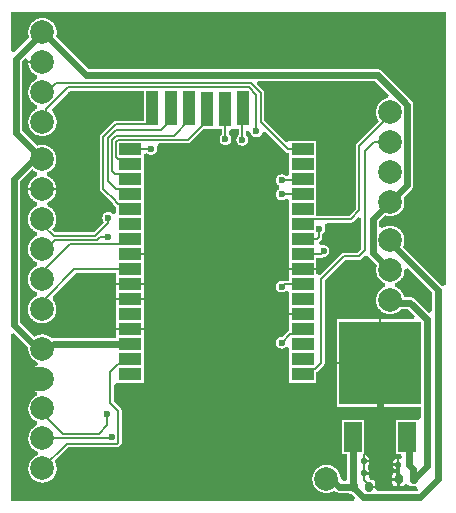
<source format=gtl>
G04*
G04 #@! TF.GenerationSoftware,Altium Limited,Altium Designer,23.2.1 (34)*
G04*
G04 Layer_Physical_Order=1*
G04 Layer_Color=255*
%FSTAX44Y44*%
%MOMM*%
G71*
G04*
G04 #@! TF.SameCoordinates,0515AB9E-1A46-41C6-8C13-71CA13384C49*
G04*
G04*
G04 #@! TF.FilePolarity,Positive*
G04*
G01*
G75*
%ADD11C,0.2000*%
%ADD13R,1.8999X1.0701*%
%ADD14R,1.0000X3.0000*%
%ADD15R,1.5000X2.5000*%
%ADD16R,7.0000X7.0000*%
G04:AMPARAMS|DCode=17|XSize=0.5mm|YSize=0.51mm|CornerRadius=0.125mm|HoleSize=0mm|Usage=FLASHONLY|Rotation=0.000|XOffset=0mm|YOffset=0mm|HoleType=Round|Shape=RoundedRectangle|*
%AMROUNDEDRECTD17*
21,1,0.5000,0.2600,0,0,0.0*
21,1,0.2500,0.5100,0,0,0.0*
1,1,0.2500,0.1250,-0.1300*
1,1,0.2500,-0.1250,-0.1300*
1,1,0.2500,-0.1250,0.1300*
1,1,0.2500,0.1250,0.1300*
%
%ADD17ROUNDEDRECTD17*%
G04:AMPARAMS|DCode=18|XSize=0.71mm|YSize=0.81mm|CornerRadius=0.1775mm|HoleSize=0mm|Usage=FLASHONLY|Rotation=180.000|XOffset=0mm|YOffset=0mm|HoleType=Round|Shape=RoundedRectangle|*
%AMROUNDEDRECTD18*
21,1,0.7100,0.4550,0,0,180.0*
21,1,0.3550,0.8100,0,0,180.0*
1,1,0.3550,-0.1775,0.2275*
1,1,0.3550,0.1775,0.2275*
1,1,0.3550,0.1775,-0.2275*
1,1,0.3550,-0.1775,-0.2275*
%
%ADD18ROUNDEDRECTD18*%
%ADD27C,0.6000*%
%ADD28C,2.0000*%
%ADD29C,0.3000*%
%ADD30C,2.0000*%
%ADD31C,0.6000*%
G36*
X00232125Y00545212D02*
X00233141Y00544335D01*
X00233074Y00543912D01*
X00233042Y005435D01*
X00245D01*
Y005415D01*
X00233042D01*
X00233074Y00541088D01*
X00233221Y00540157D01*
X00233442Y0053924D01*
X00233733Y00538343D01*
X00234094Y00537472D01*
X00234522Y00536632D01*
X00235015Y00535828D01*
X00235569Y00535065D01*
X00236181Y00534348D01*
X00236848Y00533681D01*
X00237565Y00533069D01*
X00238328Y00532515D01*
X00239132Y00532022D01*
X00239972Y00531594D01*
X0024025Y00531479D01*
X00240571Y00529875D01*
X0024025Y00528271D01*
X00239972Y00528156D01*
X00239132Y00527728D01*
X00238328Y00527235D01*
X00237565Y00526681D01*
X00236848Y00526069D01*
X00236181Y00525402D01*
X00235569Y00524685D01*
X00235015Y00523922D01*
X00234522Y00523118D01*
X00234094Y00522278D01*
X00233733Y00521407D01*
X00233442Y0052051D01*
X00233221Y00519593D01*
X00233074Y00518661D01*
X00233Y00517721D01*
Y00516778D01*
X00233074Y00515839D01*
X00233221Y00514907D01*
X00233442Y0051399D01*
X00233733Y00513093D01*
X00234094Y00512222D01*
X00234522Y00511382D01*
X00235015Y00510578D01*
X00235569Y00509815D01*
X00236181Y00509098D01*
X00236848Y00508431D01*
X00237565Y00507819D01*
X00238328Y00507265D01*
X00239132Y00506772D01*
X00239972Y00506344D01*
X0024025Y00506229D01*
X00240571Y00504625D01*
X0024025Y00503021D01*
X00239972Y00502906D01*
X00239132Y00502478D01*
X00238328Y00501985D01*
X00237565Y00501431D01*
X00236848Y00500819D01*
X00236181Y00500152D01*
X00235569Y00499435D01*
X00235015Y00498672D01*
X00234522Y00497868D01*
X00234094Y00497028D01*
X00233733Y00496157D01*
X00233442Y0049526D01*
X00233221Y00494343D01*
X00233074Y00493411D01*
X00233Y00492472D01*
Y00491529D01*
X00233074Y00490588D01*
X00233221Y00489657D01*
X00233442Y0048874D01*
X00233733Y00487843D01*
X00234094Y00486972D01*
X00234522Y00486132D01*
X00235015Y00485328D01*
X00235569Y00484565D01*
X00236181Y00483848D01*
X00236848Y00483181D01*
X00237565Y00482569D01*
X00238328Y00482015D01*
X00239132Y00481522D01*
X00239972Y00481094D01*
X00240843Y00480733D01*
X0024174Y00480442D01*
X00242657Y00480221D01*
X00243589Y00480074D01*
X00244529Y0048D01*
X00245471D01*
X00246411Y00480074D01*
X00247343Y00480221D01*
X0024826Y00480442D01*
X00249157Y00480733D01*
X00250028Y00481094D01*
X00250868Y00481522D01*
X00251672Y00482015D01*
X00252435Y00482569D01*
X00253152Y00483181D01*
X00253819Y00483848D01*
X00254431Y00484565D01*
X00254985Y00485328D01*
X00255478Y00486132D01*
X00255906Y00486972D01*
X00256267Y00487843D01*
X00256558Y0048874D01*
X00256779Y00489657D01*
X00256926Y00490588D01*
X00257Y00491529D01*
Y00492472D01*
X00256926Y00493411D01*
X00256779Y00494343D01*
X00256558Y0049526D01*
X00256267Y00496157D01*
X00255906Y00497028D01*
X00255478Y00497868D01*
X00254985Y00498672D01*
X00254431Y00499435D01*
X00253819Y00500152D01*
X00253526Y00502974D01*
X00253692Y00503937D01*
X00267997Y00518241D01*
X0033075D01*
Y00493009D01*
X00307115D01*
X00306644Y00492972D01*
X00306185Y00492862D01*
X00305749Y00492681D01*
X00305346Y00492435D01*
X00304987Y00492128D01*
X00294372Y00481513D01*
X00294065Y00481154D01*
X00293819Y00480751D01*
X00293638Y00480315D01*
X00293528Y00479856D01*
X00293491Y00479385D01*
Y00435217D01*
X00293528Y00434747D01*
X00293638Y00434287D01*
X00293819Y00433851D01*
X00294065Y00433448D01*
X00294372Y00433089D01*
X00304316Y00423146D01*
X00304419Y00422898D01*
X00304665Y00422495D01*
X00304972Y00422136D01*
X00306935Y00420173D01*
X00307295Y00419866D01*
X003076Y00419679D01*
Y00414885D01*
X00305577Y0041398D01*
X003046Y00413942D01*
X00304484Y00414087D01*
X00304087Y00414484D01*
X00303648Y00414834D01*
X00303172Y00415133D01*
X00302666Y00415377D01*
X00302136Y00415562D01*
X00301589Y00415687D01*
X00301031Y0041575D01*
X00300469D01*
X00299911Y00415687D01*
X00299364Y00415562D01*
X00298834Y00415377D01*
X00298328Y00415133D01*
X00297852Y00414834D01*
X00297413Y00414484D01*
X00297016Y00414087D01*
X00296666Y00413648D01*
X00296367Y00413172D01*
X00296123Y00412666D01*
X00295938Y00412136D01*
X00295813Y00411589D01*
X0029575Y00411031D01*
Y00410469D01*
X00295813Y00409911D01*
X00295938Y00409364D01*
X00296123Y00408834D01*
X00296367Y00408328D01*
X00296666Y00407852D01*
X00297016Y00407413D01*
X00297212Y00407217D01*
X00288254Y00398259D01*
X00255746D01*
X00252988Y00401018D01*
X00253569Y00401598D01*
X00254181Y00402315D01*
X00254735Y00403078D01*
X00255228Y00403882D01*
X00255656Y00404722D01*
X00256017Y00405593D01*
X00256308Y0040649D01*
X00256528Y00407407D01*
X00256676Y00408339D01*
X0025675Y00409278D01*
Y00410221D01*
X00256676Y00411161D01*
X00256528Y00412093D01*
X00256308Y0041301D01*
X00256017Y00413907D01*
X00255656Y00414778D01*
X00255228Y00415618D01*
X00254735Y00416422D01*
X00254181Y00417185D01*
X00253569Y00417902D01*
X00252902Y00418569D01*
X00252185Y00419181D01*
X00251422Y00419735D01*
X00250618Y00420228D01*
X00249778Y00420656D01*
X002495Y00420771D01*
X00249179Y00422375D01*
X002495Y00423979D01*
X00249778Y00424094D01*
X00250618Y00424522D01*
X00251422Y00425015D01*
X00252185Y00425569D01*
X00252902Y00426181D01*
X00253569Y00426848D01*
X00254181Y00427565D01*
X00254735Y00428328D01*
X00255228Y00429132D01*
X00255656Y00429972D01*
X00256017Y00430843D01*
X00256308Y0043174D01*
X00256528Y00432657D01*
X00256676Y00433588D01*
X00256708Y00434D01*
X00232792D01*
X00232824Y00433588D01*
X00232971Y00432657D01*
X00233192Y0043174D01*
X00233483Y00430843D01*
X00233844Y00429972D01*
X00234272Y00429132D01*
X00234765Y00428328D01*
X00235319Y00427565D01*
X00235931Y00426848D01*
X00236598Y00426181D01*
X00237315Y00425569D01*
X00238078Y00425015D01*
X00238882Y00424522D01*
X00239722Y00424094D01*
X0024Y00423979D01*
X00240321Y00422375D01*
X0024Y00420771D01*
X00239722Y00420656D01*
X00238882Y00420228D01*
X00238078Y00419735D01*
X00237315Y00419181D01*
X00236598Y00418569D01*
X00235931Y00417902D01*
X00235319Y00417185D01*
X00234765Y00416422D01*
X00234272Y00415618D01*
X00233844Y00414778D01*
X00233483Y00413907D01*
X00233192Y0041301D01*
X00232971Y00412093D01*
X00232824Y00411161D01*
X0023275Y00410221D01*
Y00409278D01*
X00232824Y00408339D01*
X00232971Y00407407D01*
X00233192Y0040649D01*
X00233483Y00405593D01*
X00233844Y00404722D01*
X00234272Y00403882D01*
X00234765Y00403078D01*
X00235319Y00402315D01*
X00235931Y00401598D01*
X00236598Y00400931D01*
X00237315Y00400319D01*
X00238078Y00399765D01*
X00238882Y00399272D01*
X00239722Y00398844D01*
X0024Y00398729D01*
X00240321Y00397125D01*
X0024Y00395521D01*
X00239722Y00395406D01*
X00238882Y00394978D01*
X00238078Y00394485D01*
X00237315Y00393931D01*
X00236598Y00393319D01*
X00235931Y00392652D01*
X00235319Y00391935D01*
X00234765Y00391172D01*
X00234272Y00390368D01*
X00233844Y00389528D01*
X00233483Y00388657D01*
X00233192Y0038776D01*
X00232971Y00386843D01*
X00232824Y00385911D01*
X0023275Y00384972D01*
Y00384029D01*
X00232824Y00383088D01*
X00232971Y00382157D01*
X00233192Y0038124D01*
X00233483Y00380343D01*
X00233844Y00379472D01*
X00234272Y00378632D01*
X00234765Y00377828D01*
X00235319Y00377065D01*
X00235931Y00376348D01*
X00236598Y00375681D01*
X00237315Y00375069D01*
X00238078Y00374515D01*
X00238882Y00374022D01*
X00239722Y00373594D01*
X00240451Y00373292D01*
X00240591Y00372895D01*
X00240576Y00370477D01*
X00240449Y00370126D01*
X00239703Y00369817D01*
X00238863Y00369388D01*
X00238059Y00368896D01*
X00237296Y00368341D01*
X00236579Y00367729D01*
X00235912Y00367062D01*
X00235299Y00366345D01*
X00234745Y00365582D01*
X00234253Y00364778D01*
X00233825Y00363938D01*
X00233464Y00363067D01*
X00233172Y0036217D01*
X00232952Y00361253D01*
X00232805Y00360322D01*
X00232731Y00359382D01*
Y00358439D01*
X00232805Y00357499D01*
X00232952Y00356567D01*
X00233172Y00355651D01*
X00233464Y00354754D01*
X00233825Y00353883D01*
X00234253Y00353042D01*
X00234745Y00352238D01*
X00235299Y00351475D01*
X00235912Y00350759D01*
X00236579Y00350092D01*
X00237296Y00349479D01*
X00238059Y00348925D01*
X00238863Y00348432D01*
X00239703Y00348004D01*
X00240206Y00347796D01*
X00240583Y00346242D01*
X00240584Y00346205D01*
X00240209Y00344608D01*
X00239722Y00344406D01*
X00238882Y00343978D01*
X00238078Y00343485D01*
X00237315Y00342931D01*
X00236598Y00342319D01*
X00235931Y00341652D01*
X00235319Y00340935D01*
X00234765Y00340172D01*
X00234272Y00339368D01*
X00233844Y00338528D01*
X00233483Y00337657D01*
X00233192Y0033676D01*
X00232971Y00335843D01*
X00232824Y00334911D01*
X0023275Y00333971D01*
Y00333028D01*
X00232824Y00332089D01*
X00232971Y00331157D01*
X00233192Y0033024D01*
X00233483Y00329343D01*
X00233844Y00328472D01*
X00234272Y00327632D01*
X00234765Y00326828D01*
X00235319Y00326065D01*
X00235931Y00325348D01*
X00236598Y00324681D01*
X00237315Y00324069D01*
X00238078Y00323515D01*
X00238882Y00323022D01*
X00239722Y00322594D01*
X00240593Y00322233D01*
X0024149Y00321942D01*
X00242407Y00321721D01*
X00243339Y00321574D01*
X00244279Y003215D01*
X00245222D01*
X00246161Y00321574D01*
X00247093Y00321721D01*
X0024801Y00321942D01*
X00248907Y00322233D01*
X00249778Y00322594D01*
X00250618Y00323022D01*
X00251422Y00323515D01*
X00252185Y00324069D01*
X00252902Y00324681D01*
X00253569Y00325348D01*
X00254181Y00326065D01*
X00254735Y00326828D01*
X00255228Y00327632D01*
X00255656Y00328472D01*
X00256017Y00329343D01*
X00256308Y0033024D01*
X00256528Y00331157D01*
X00256676Y00332089D01*
X0025675Y00333028D01*
Y00333971D01*
X00256676Y00334911D01*
X00256528Y00335843D01*
X00256308Y0033676D01*
X00256017Y00337657D01*
X00255656Y00338528D01*
X00255228Y00339368D01*
X00254735Y00340172D01*
X00254181Y00340935D01*
X00253569Y00341652D01*
X00254085Y00344829D01*
X00273396Y00364141D01*
X003076D01*
Y00359799D01*
Y0035545D01*
X00330599D01*
Y00359799D01*
Y003725D01*
Y0037885D01*
X00319099D01*
Y0038085D01*
X00330599D01*
Y003852D01*
Y003979D01*
Y004106D01*
Y00423299D01*
Y00435999D01*
Y00448699D01*
Y00464329D01*
X00332143Y00465101D01*
X00333599Y0046533D01*
X00333663Y00465266D01*
X00334102Y00464916D01*
X00334578Y00464617D01*
X00335084Y00464373D01*
X00335614Y00464188D01*
X00336161Y00464063D01*
X00336719Y00464D01*
X00337281D01*
X00337839Y00464063D01*
X00338386Y00464188D01*
X00338916Y00464373D01*
X00339422Y00464617D01*
X00339898Y00464916D01*
X00340337Y00465266D01*
X00340734Y00465663D01*
X00341084Y00466102D01*
X00341383Y00466578D01*
X00341627Y00467084D01*
X00341812Y00467614D01*
X00341937Y00468161D01*
X00342Y00468719D01*
Y00469281D01*
X00341937Y00469839D01*
X00341812Y00470386D01*
X0034174Y00470591D01*
X00342523Y00472527D01*
X00342615Y00472692D01*
X00343487Y00473591D01*
X0036785D01*
X00368321Y00473628D01*
X0036878Y00473739D01*
X00369217Y00473919D01*
X00369619Y00474166D01*
X00369978Y00474473D01*
X00381506Y00486D01*
X0039125D01*
Y00486D01*
X0039275D01*
Y00486D01*
X00396985D01*
Y00481245D01*
X00396658Y00480984D01*
X0039626Y00480587D01*
X0039591Y00480148D01*
X00395612Y00479672D01*
X00395368Y00479166D01*
X00395182Y00478636D01*
X00395057Y00478089D01*
X00394995Y00477531D01*
Y00476969D01*
X00395057Y00476411D01*
X00395182Y00475864D01*
X00395368Y00475334D01*
X00395612Y00474828D01*
X0039591Y00474352D01*
X0039626Y00473913D01*
X00396658Y00473516D01*
X00397097Y00473166D01*
X00397572Y00472867D01*
X00398078Y00472623D01*
X00398608Y00472438D01*
X00399156Y00472313D01*
X00399714Y0047225D01*
X00400275D01*
X00400833Y00472313D01*
X00401381Y00472438D01*
X00401911Y00472623D01*
X00402417Y00472867D01*
X00402892Y00473166D01*
X00403331Y00473516D01*
X00403729Y00473913D01*
X00404079Y00474352D01*
X00404378Y00474828D01*
X00404621Y00475334D01*
X00404807Y00475864D01*
X00404932Y00476411D01*
X00404995Y00476969D01*
Y00477531D01*
X00404932Y00478089D01*
X00404807Y00478636D01*
X00404621Y00479166D01*
X00404378Y00479672D01*
X00404079Y00480148D01*
X00403729Y00480587D01*
X00403331Y00480984D01*
X00403004Y00481245D01*
Y00483879D01*
X00405125Y00486D01*
X0040675D01*
X0040675Y00486D01*
X004075Y0048625D01*
Y0048625D01*
X00411241D01*
Y00480745D01*
X00410913Y00480484D01*
X00410516Y00480087D01*
X00410166Y00479648D01*
X00409867Y00479172D01*
X00409623Y00478666D01*
X00409438Y00478136D01*
X00409313Y00477589D01*
X0040925Y00477031D01*
Y00476469D01*
X00409313Y00475911D01*
X00409438Y00475364D01*
X00409623Y00474834D01*
X00409867Y00474328D01*
X00410166Y00473852D01*
X00410516Y00473413D01*
X00410913Y00473016D01*
X00411352Y00472666D01*
X00411828Y00472367D01*
X00412334Y00472123D01*
X00412864Y00471938D01*
X00413411Y00471813D01*
X00413969Y0047175D01*
X00414531D01*
X00415089Y00471813D01*
X00415636Y00471938D01*
X00416166Y00472123D01*
X00416672Y00472367D01*
X00417148Y00472666D01*
X00417587Y00473016D01*
X00417984Y00473413D01*
X00418334Y00473852D01*
X00418633Y00474328D01*
X00418877Y00474834D01*
X00419062Y00475364D01*
X00419187Y00475911D01*
X0041925Y00476469D01*
Y00477031D01*
X00419187Y00477589D01*
X00419062Y00478136D01*
X00418877Y00478666D01*
X00418633Y00479172D01*
X00418334Y00479648D01*
X00417984Y00480087D01*
X00417587Y00480484D01*
X00417259Y00480745D01*
Y00483734D01*
X004175Y00484041D01*
X00417552Y00484085D01*
X00418395Y00484382D01*
X00419332Y00484082D01*
X00421436Y0048237D01*
X00421438Y00482364D01*
X00421623Y00481834D01*
X00421867Y00481328D01*
X00422166Y00480852D01*
X00422516Y00480413D01*
X00422913Y00480016D01*
X00423352Y00479666D01*
X00423828Y00479367D01*
X00424334Y00479123D01*
X00424864Y00478938D01*
X00425411Y00478813D01*
X00425969Y0047875D01*
X00426531D01*
X00427089Y00478813D01*
X00427636Y00478938D01*
X00428166Y00479123D01*
X00428672Y00479367D01*
X00429148Y00479666D01*
X00429587Y00480016D01*
X00429984Y00480413D01*
X00430334Y00480852D01*
X00430633Y00481328D01*
X00430877Y00481834D01*
X00431062Y00482364D01*
X00432778Y00483127D01*
X00434149Y00483312D01*
X00434184Y0048331D01*
X00450872Y00466622D01*
X00451232Y00466315D01*
X00451634Y00466069D01*
X00452071Y00465888D01*
X0045253Y00465778D01*
X00453Y00465741D01*
X00454D01*
Y00461399D01*
Y00447493D01*
X0045276Y00446676D01*
X00451683Y00446392D01*
X00451Y00446303D01*
X00450648Y00446584D01*
X00450172Y00446883D01*
X00449666Y00447127D01*
X00449136Y00447312D01*
X00448589Y00447437D01*
X00448031Y004475D01*
X00447469D01*
X00446911Y00447437D01*
X00446364Y00447312D01*
X00445834Y00447127D01*
X00445328Y00446883D01*
X00444852Y00446584D01*
X00444413Y00446234D01*
X00444016Y00445837D01*
X00443666Y00445398D01*
X00443367Y00444922D01*
X00443123Y00444416D01*
X00442938Y00443886D01*
X00442813Y00443339D01*
X0044275Y00442781D01*
Y00442219D01*
X00442813Y00441661D01*
X00442938Y00441114D01*
X00443123Y00440583D01*
X00443367Y00440078D01*
X00443666Y00439602D01*
X00444016Y00439163D01*
X00444413Y00438766D01*
X00444852Y00438416D01*
X00445328Y00438117D01*
X00445601Y004365D01*
X00445328Y00434883D01*
X00444852Y00434584D01*
X00444413Y00434234D01*
X00444016Y00433837D01*
X00443666Y00433398D01*
X00443367Y00432922D01*
X00443123Y00432416D01*
X00442938Y00431886D01*
X00442813Y00431339D01*
X0044275Y00430781D01*
Y00430219D01*
X00442813Y00429661D01*
X00442938Y00429114D01*
X00443123Y00428584D01*
X00443367Y00428078D01*
X00443666Y00427602D01*
X00444016Y00427163D01*
X00444413Y00426766D01*
X00444852Y00426416D01*
X00445328Y00426117D01*
X00445834Y00425873D01*
X00446364Y00425688D01*
X00446911Y00425563D01*
X00447469Y004255D01*
X00448031D01*
X00448589Y00425563D01*
X00449136Y00425688D01*
X00449666Y00425873D01*
X00450172Y00426117D01*
X00450648Y00426416D01*
X00451Y00426697D01*
X00451683Y00426608D01*
X0045276Y00426324D01*
X00454Y00425507D01*
Y004106D01*
Y003979D01*
Y003852D01*
Y003725D01*
Y0036815D01*
X00477D01*
Y00376841D01*
X0048085D01*
X00481321Y00376878D01*
X0048178Y00376988D01*
X00482216Y00377169D01*
X00482619Y00377415D01*
X00482718Y003775D01*
X00482719Y003775D01*
X00483281D01*
X00483839Y00377563D01*
X00484386Y00377688D01*
X00484916Y00377873D01*
X00485422Y00378117D01*
X00485898Y00378416D01*
X00486337Y00378766D01*
X00486734Y00379163D01*
X00487084Y00379602D01*
X00487383Y00380078D01*
X00487627Y00380584D01*
X00487812Y00381114D01*
X00487937Y00381661D01*
X00488Y00382219D01*
Y00382781D01*
X00487937Y00383339D01*
X00487812Y00383886D01*
X00487627Y00384416D01*
X00487383Y00384922D01*
X00487084Y00385398D01*
X00486734Y00385837D01*
X00486337Y00386234D01*
X00485898Y00386584D01*
X00485422Y00386883D01*
X00484916Y00387127D01*
X00484386Y00387312D01*
X00483839Y00387437D01*
X00483281Y003875D01*
X00482719D01*
X00482161Y00387437D01*
X00481614Y00387312D01*
X00481527Y00387282D01*
X00481312Y0038732D01*
X00480455Y00387657D01*
X00479485Y00388475D01*
X00479265Y00388796D01*
X00478971Y00389714D01*
X00479028Y00389937D01*
X00479319Y00390115D01*
X00479678Y00390422D01*
X00481128Y00391872D01*
X00481435Y00392231D01*
X00481681Y00392634D01*
X00481862Y0039307D01*
X00481972Y00393529D01*
X00482009Y00394D01*
Y00397172D01*
X00482397Y00397416D01*
X00482837Y00397766D01*
X00483234Y00398163D01*
X00483584Y00398602D01*
X00483883Y00399078D01*
X00484126Y00399584D01*
X00484312Y00400114D01*
X00484437Y00400661D01*
X004845Y00401219D01*
Y00401781D01*
X00484437Y00402339D01*
X00484312Y00402886D01*
X00484126Y00403416D01*
X00484042Y00403591D01*
X00484645Y00405377D01*
X00484804Y0040568D01*
X00485672Y00406591D01*
X00505879D01*
X00506349Y00406628D01*
X00506809Y00406739D01*
X00507245Y00406919D01*
X00507647Y00407166D01*
X00508007Y00407473D01*
X00512219Y00411685D01*
X00514991Y00410537D01*
Y00384246D01*
X00511697Y00380952D01*
X00500193D01*
X00499722Y00380915D01*
X00499263Y00380805D01*
X00498827Y00380624D01*
X00498424Y00380378D01*
X00498065Y00380071D01*
X0048Y00362005D01*
X00477Y00363248D01*
Y0036615D01*
X00454D01*
Y00357459D01*
X00450532D01*
X00450062Y00357422D01*
X00449603Y00357312D01*
X00449275Y00357176D01*
X00448886Y00357312D01*
X00448339Y00357437D01*
X00447781Y003575D01*
X00447219D01*
X00446661Y00357437D01*
X00446114Y00357312D01*
X00445584Y00357127D01*
X00445078Y00356883D01*
X00444602Y00356584D01*
X00444163Y00356234D01*
X00443766Y00355837D01*
X00443416Y00355398D01*
X00443117Y00354922D01*
X00442873Y00354416D01*
X00442688Y00353886D01*
X00442563Y00353339D01*
X004425Y00352781D01*
Y00352219D01*
X00442563Y00351661D01*
X00442688Y00351114D01*
X00442873Y00350583D01*
X00443117Y00350078D01*
X00443416Y00349602D01*
X00443766Y00349163D01*
X00444163Y00348766D01*
X00444602Y00348416D01*
X00445078Y00348117D01*
X00445584Y00347873D01*
X00446114Y00347688D01*
X00446661Y00347563D01*
X00447219Y003475D01*
X00447781D01*
X00448339Y00347563D01*
X00448886Y00347688D01*
X00449416Y00347873D01*
X00449922Y00348117D01*
X00450398Y00348416D01*
X00450837Y00348766D01*
X00451Y00348929D01*
X00452048Y00348814D01*
X00453781Y00348071D01*
X00454Y00347918D01*
Y00334399D01*
Y0033005D01*
X004655D01*
Y0032805D01*
X00454D01*
Y00321699D01*
Y00314965D01*
X0045357Y00314861D01*
X00453133Y00314681D01*
X00452731Y00314434D01*
X00452372Y00314127D01*
X00448197Y00309953D01*
X00447781Y0031D01*
X00447219D01*
X00446661Y00309937D01*
X00446114Y00309812D01*
X00445584Y00309627D01*
X00445078Y00309383D01*
X00444602Y00309084D01*
X00444163Y00308734D01*
X00443766Y00308337D01*
X00443416Y00307898D01*
X00443117Y00307422D01*
X00442873Y00306916D01*
X00442688Y00306386D01*
X00442563Y00305839D01*
X004425Y00305281D01*
Y00304719D01*
X00442563Y00304161D01*
X00442688Y00303614D01*
X00442873Y00303083D01*
X00443117Y00302578D01*
X00443416Y00302102D01*
X00443766Y00301663D01*
X00444163Y00301266D01*
X00444602Y00300916D01*
X00445078Y00300617D01*
X00445584Y00300373D01*
X00446114Y00300188D01*
X00446661Y00300063D01*
X00447219Y003D01*
X00447781D01*
X00448339Y00300063D01*
X00448886Y00300188D01*
X00449416Y00300373D01*
X00449922Y00300617D01*
X00450398Y00300916D01*
X00450837Y00301266D01*
X00451Y00301429D01*
X00452048Y00301314D01*
X00453781Y00300571D01*
X00454Y00300418D01*
Y00296299D01*
Y00283599D01*
Y002709D01*
X00477D01*
Y00279979D01*
X00477305Y00280166D01*
X00477664Y00280473D01*
X00483128Y00285937D01*
X00483435Y00286296D01*
X00483681Y00286698D01*
X00483862Y00287134D01*
X00483972Y00287594D01*
X00484009Y00288064D01*
Y00357504D01*
X00501439Y00374934D01*
X00512943D01*
X00513414Y00374971D01*
X00513873Y00375081D01*
X00514309Y00375262D01*
X00514712Y00375508D01*
X00515071Y00375815D01*
X00517561Y00378305D01*
X00518493Y00378551D01*
X00520696Y00378191D01*
X0052134Y00377842D01*
X00521459Y00377709D01*
X00528241Y00370927D01*
X00528233Y00370907D01*
X00527942Y0037001D01*
X00527721Y00369093D01*
X00527574Y00368162D01*
X005275Y00367221D01*
Y00366278D01*
X00527574Y00365339D01*
X00527721Y00364407D01*
X00527942Y0036349D01*
X00528233Y00362593D01*
X00528594Y00361722D01*
X00529022Y00360882D01*
X00529515Y00360078D01*
X00530069Y00359315D01*
X00530681Y00358598D01*
X00531348Y00357931D01*
X00532065Y00357319D01*
X00532828Y00356765D01*
X00533632Y00356272D01*
X00534472Y00355844D01*
X00535089Y00355589D01*
X00535343Y00354729D01*
Y00353271D01*
X00535089Y00352411D01*
X00534472Y00352156D01*
X00533632Y00351728D01*
X00532828Y00351235D01*
X00532065Y00350681D01*
X00531348Y00350069D01*
X00530681Y00349402D01*
X00530069Y00348685D01*
X00529515Y00347922D01*
X00529022Y00347118D01*
X00528594Y00346278D01*
X00528233Y00345407D01*
X00527942Y0034451D01*
X00527721Y00343593D01*
X00527574Y00342662D01*
X005275Y00341721D01*
Y00340779D01*
X00527574Y00339838D01*
X00527721Y00338907D01*
X00527942Y0033799D01*
X00528233Y00337093D01*
X00528594Y00336222D01*
X00529022Y00335382D01*
X00529515Y00334578D01*
X00530069Y00333815D01*
X00530681Y00333098D01*
X00531348Y00332431D01*
X00532065Y00331819D01*
X00532828Y00331265D01*
X00533632Y00330772D01*
X00534472Y00330344D01*
X00535343Y00329983D01*
X0053624Y00329692D01*
X00537157Y00329472D01*
X00538088Y00329324D01*
X00539029Y0032925D01*
X00539972D01*
X00540911Y00329324D01*
X00541843Y00329472D01*
X0054276Y00329692D01*
X00543657Y00329983D01*
X00544528Y00330344D01*
X00545368Y00330772D01*
X00546172Y00331265D01*
X00546935Y00331819D01*
X00547652Y00332431D01*
X00548319Y00333098D01*
X00548716Y00333563D01*
X00554468D01*
X0056051Y00327522D01*
X00559362Y0032475D01*
X00532D01*
Y0028775D01*
Y0025075D01*
X00565492D01*
Y00241925D01*
X005635Y0023975D01*
X005445D01*
Y0021075D01*
X00548259D01*
X00549669Y00208272D01*
X00549654Y0020775D01*
X00549422Y00207551D01*
X00547558Y00206349D01*
X00547308D01*
Y00201792D01*
X00546308D01*
Y00200792D01*
X00541801D01*
Y00200492D01*
X00541829Y00200067D01*
X00541912Y00199649D01*
X00542049Y00199245D01*
X00542238Y00198863D01*
X00542474Y00198509D01*
X00542755Y00198189D01*
X00542953Y00198015D01*
X00543185Y00196376D01*
X00542959Y00195179D01*
X00542782Y001947D01*
X00542522Y00194526D01*
X0054215Y001942D01*
X00541824Y00193828D01*
X00541549Y00193417D01*
X0054133Y00192973D01*
X00541171Y00192504D01*
X00541074Y00192019D01*
X00541042Y00191525D01*
Y0019025D01*
X005466D01*
Y0018925D01*
X005476D01*
Y00183192D01*
X00548375D01*
X00548869Y00183224D01*
X00549354Y00183321D01*
X00549823Y0018348D01*
X00550267Y00183699D01*
X00550678Y00183974D01*
X0055105Y001843D01*
X00551376Y00184672D01*
X00552147Y00184903D01*
X0055305Y00184974D01*
X00553953Y00184903D01*
X00554724Y00184672D01*
X0055505Y001843D01*
X00555422Y00183974D01*
X00555833Y00183699D01*
X00556277Y0018348D01*
X00556746Y00183321D01*
X00557231Y00183224D01*
X00557725Y00183192D01*
X00561121D01*
X00561769Y00182519D01*
X00562221Y00181903D01*
X00562749Y0018036D01*
X00561923Y00179258D01*
X00529791D01*
X00529159Y00179473D01*
X00526958Y00180725D01*
Y00182D01*
X005214D01*
Y00184D01*
X00526958D01*
Y00185275D01*
X00526926Y00185769D01*
X00526829Y00186254D01*
X0052667Y00186723D01*
X00526451Y00187167D01*
X00526176Y00187578D01*
X0052585Y0018795D01*
X00525478Y00188276D01*
X00525067Y00188551D01*
X00524623Y0018877D01*
X00524154Y00188929D01*
X00523669Y00189026D01*
X00523175Y00189058D01*
X00523113D01*
X00522619Y00189471D01*
X00522291Y00189864D01*
X00521379Y00192058D01*
X00521396Y00192107D01*
X00521479Y00192525D01*
X00521507Y0019295D01*
Y0019325D01*
X00517D01*
Y0019525D01*
X00521507D01*
Y0019555D01*
X00521479Y00195975D01*
X00521396Y00196393D01*
X00521259Y00196796D01*
X00521071Y00197178D01*
X00520834Y00197533D01*
X00520595Y00198244D01*
X00520553Y0019852D01*
Y0020023D01*
X00520595Y00200506D01*
X00520834Y00201217D01*
X00521071Y00201572D01*
X00521259Y00201954D01*
X00521396Y00202357D01*
X00521479Y00202775D01*
X00521507Y002032D01*
Y002035D01*
X00517D01*
Y002055D01*
X00521507D01*
Y002058D01*
X00521479Y00206225D01*
X00521396Y00206643D01*
X00521259Y00207046D01*
X00521071Y00207428D01*
X00520834Y00207783D01*
X00520553Y00208103D01*
X00520233Y00208384D01*
X00519879Y00208621D01*
X00519496Y00208809D01*
X005175Y0021075D01*
X005175Y0021139D01*
Y0023975D01*
X004985D01*
Y0021075D01*
X00502992D01*
Y00204501D01*
X00502992Y002045D01*
X00502992Y00204499D01*
Y00194251D01*
X00502992Y0019425D01*
X00502992Y00194249D01*
Y00189092D01*
X00500023Y00188127D01*
X004975Y00189633D01*
Y00190221D01*
X00497426Y00191161D01*
X00497279Y00192093D01*
X00497058Y0019301D01*
X00496767Y00193907D01*
X00496406Y00194778D01*
X00495978Y00195618D01*
X00495485Y00196422D01*
X00494931Y00197185D01*
X00494319Y00197902D01*
X00493652Y00198569D01*
X00492935Y00199181D01*
X00492172Y00199735D01*
X00491368Y00200228D01*
X00490528Y00200656D01*
X00489657Y00201017D01*
X0048876Y00201308D01*
X00487843Y00201528D01*
X00486912Y00201676D01*
X00485971Y0020175D01*
X00485028D01*
X00484089Y00201676D01*
X00483157Y00201528D01*
X0048224Y00201308D01*
X00481343Y00201017D01*
X00480472Y00200656D01*
X00479632Y00200228D01*
X00478828Y00199735D01*
X00478065Y00199181D01*
X00477348Y00198569D01*
X00476681Y00197902D01*
X00476069Y00197185D01*
X00475515Y00196422D01*
X00475022Y00195618D01*
X00474594Y00194778D01*
X00474233Y00193907D01*
X00473942Y0019301D01*
X00473722Y00192093D01*
X00473574Y00191161D01*
X004735Y00190221D01*
Y00189279D01*
X00473574Y00188338D01*
X00473722Y00187407D01*
X00473942Y0018649D01*
X00474233Y00185593D01*
X00474594Y00184722D01*
X00475022Y00183882D01*
X00475515Y00183078D01*
X00476069Y00182315D01*
X00476681Y00181598D01*
X00477348Y00180931D01*
X00478065Y00180319D01*
X00478828Y00179765D01*
X00479632Y00179272D01*
X00480472Y00178844D01*
X00481343Y00178483D01*
X0048224Y00178192D01*
X00483157Y00177971D01*
X00484089Y00177824D01*
X00485028Y0017775D01*
X00485971D01*
X00486912Y00177824D01*
X00487843Y00177971D01*
X0048876Y00178192D01*
X00489657Y00178483D01*
X00490528Y00178844D01*
X00491368Y00179272D01*
X00492172Y00179765D01*
X00492183Y00179773D01*
X00492497Y00179459D01*
X00492916Y00179085D01*
X00493374Y0017876D01*
X00493866Y00178488D01*
X00494384Y00178273D01*
X00494924Y00178118D01*
X00495478Y00178024D01*
X00496038Y00177992D01*
X00504116D01*
X00504422Y00177724D01*
X00504833Y00177449D01*
X00505277Y0017723D01*
X00505746Y00177071D01*
X00506231Y00176974D01*
X00506725Y00176942D01*
X00506976D01*
X00510057Y00173861D01*
X00508909Y0017109D01*
X0021834D01*
Y00311908D01*
X00221111Y00313057D01*
X00233051Y00301117D01*
X00233Y00300471D01*
Y00299529D01*
X00233074Y00298589D01*
X00233221Y00297657D01*
X00233442Y0029674D01*
X00233733Y00295843D01*
X00234094Y00294972D01*
X00234522Y00294132D01*
X00235015Y00293328D01*
X00235569Y00292565D01*
X00236181Y00291848D01*
X00236848Y00291181D01*
X00237565Y00290569D01*
X00238328Y00290015D01*
X00239132Y00289522D01*
X00239972Y00289094D01*
X00240588Y00288839D01*
X00240843Y00287979D01*
Y00286521D01*
X00240588Y00285661D01*
X00239972Y00285406D01*
X00239132Y00284978D01*
X00238328Y00284485D01*
X00237565Y00283931D01*
X00236848Y00283319D01*
X00236181Y00282652D01*
X00235569Y00281935D01*
X00235015Y00281172D01*
X00234522Y00280368D01*
X00234094Y00279528D01*
X00233733Y00278657D01*
X00233442Y0027776D01*
X00233221Y00276843D01*
X00233074Y00275912D01*
X00233Y00274972D01*
Y00274028D01*
X00233074Y00273088D01*
X00233221Y00272157D01*
X00233442Y0027124D01*
X00233733Y00270343D01*
X00234094Y00269472D01*
X00234522Y00268632D01*
X00235015Y00267828D01*
X00235569Y00267065D01*
X00236181Y00266348D01*
X00236848Y00265681D01*
X00237565Y00265069D01*
X00238328Y00264515D01*
X00239132Y00264022D01*
X00239972Y00263594D01*
X0024025Y00263479D01*
X00240571Y00261875D01*
X0024025Y00260271D01*
X00239972Y00260156D01*
X00239132Y00259728D01*
X00238328Y00259235D01*
X00237565Y00258681D01*
X00236848Y00258069D01*
X00236181Y00257402D01*
X00235569Y00256685D01*
X00235015Y00255922D01*
X00234522Y00255118D01*
X00234094Y00254278D01*
X00233733Y00253407D01*
X00233442Y0025251D01*
X00233221Y00251593D01*
X00233074Y00250662D01*
X00233Y00249722D01*
Y00248779D01*
X00233074Y00247838D01*
X00233221Y00246907D01*
X00233442Y0024599D01*
X00233733Y00245093D01*
X00234094Y00244222D01*
X00234522Y00243382D01*
X00235015Y00242578D01*
X00235569Y00241815D01*
X00236181Y00241098D01*
X00236848Y00240431D01*
X00237565Y00239819D01*
X00238328Y00239265D01*
X00239132Y00238772D01*
X00239972Y00238344D01*
X0024025Y00238229D01*
X00240571Y00236625D01*
X0024025Y00235021D01*
X00239972Y00234906D01*
X00239132Y00234478D01*
X00238328Y00233985D01*
X00237565Y00233431D01*
X00236848Y00232819D01*
X00236181Y00232152D01*
X00235569Y00231435D01*
X00235015Y00230672D01*
X00234522Y00229868D01*
X00234094Y00229028D01*
X00233733Y00228157D01*
X00233442Y0022726D01*
X00233221Y00226343D01*
X00233074Y00225412D01*
X00233Y00224471D01*
Y00223529D01*
X00233074Y00222589D01*
X00233221Y00221657D01*
X00233442Y0022074D01*
X00233733Y00219843D01*
X00234094Y00218972D01*
X00234522Y00218132D01*
X00235015Y00217328D01*
X00235569Y00216565D01*
X00236181Y00215848D01*
X00236848Y00215181D01*
X00237565Y00214569D01*
X00238328Y00214015D01*
X00239132Y00213522D01*
X00239972Y00213094D01*
X00240588Y00212839D01*
X00240843Y00211979D01*
Y00210521D01*
X00240588Y00209662D01*
X00239972Y00209406D01*
X00239132Y00208978D01*
X00238328Y00208485D01*
X00237565Y00207931D01*
X00236848Y00207319D01*
X00236181Y00206652D01*
X00235569Y00205935D01*
X00235015Y00205172D01*
X00234522Y00204368D01*
X00234094Y00203528D01*
X00233733Y00202657D01*
X00233442Y0020176D01*
X00233221Y00200843D01*
X00233074Y00199912D01*
X00233Y00198972D01*
Y00198029D01*
X00233074Y00197089D01*
X00233221Y00196157D01*
X00233442Y0019524D01*
X00233733Y00194343D01*
X00234094Y00193472D01*
X00234522Y00192632D01*
X00235015Y00191828D01*
X00235569Y00191065D01*
X00236181Y00190348D01*
X00236848Y00189681D01*
X00237565Y00189069D01*
X00238328Y00188515D01*
X00239132Y00188022D01*
X00239972Y00187594D01*
X00240843Y00187233D01*
X0024174Y00186942D01*
X00242657Y00186721D01*
X00243589Y00186574D01*
X00244529Y001865D01*
X00245471D01*
X00246411Y00186574D01*
X00247343Y00186721D01*
X0024826Y00186942D01*
X00249157Y00187233D01*
X00250028Y00187594D01*
X00250868Y00188022D01*
X00251672Y00188515D01*
X00252435Y00189069D01*
X00253152Y00189681D01*
X00253819Y00190348D01*
X00254431Y00191065D01*
X00254985Y00191828D01*
X00255478Y00192632D01*
X00255906Y00193472D01*
X00256267Y00194343D01*
X00256558Y0019524D01*
X00256779Y00196157D01*
X00256926Y00197089D01*
X00257Y00198029D01*
Y00198972D01*
X00256926Y00199912D01*
X00256779Y00200843D01*
X00256558Y0020176D01*
X00256267Y00202657D01*
X00255906Y00203528D01*
X00255478Y00204368D01*
X00255343Y00204588D01*
X00266968Y00216213D01*
X00307828D01*
X00308299Y0021625D01*
X00308758Y0021636D01*
X00309195Y00216541D01*
X00309597Y00216787D01*
X00309956Y00217094D01*
X00311128Y00218266D01*
X00311435Y00218625D01*
X00311681Y00219027D01*
X00311862Y00219464D01*
X00311972Y00219923D01*
X00312009Y00220393D01*
Y002475D01*
X00311972Y00247971D01*
X00311862Y0024843D01*
X00311681Y00248866D01*
X00311434Y00249269D01*
X00311128Y00249628D01*
X00305509Y00255247D01*
Y00268765D01*
X003076Y002709D01*
X00330599D01*
Y00283599D01*
Y00296299D01*
Y00309D01*
Y0031535D01*
X003076D01*
Y00308658D01*
X00254438D01*
X00253878Y00308626D01*
X00253422Y00308549D01*
X00253152Y00308819D01*
X00252435Y00309431D01*
X00251672Y00309985D01*
X00250868Y00310478D01*
X00250028Y00310906D01*
X00249157Y00311267D01*
X0024826Y00311558D01*
X00247343Y00311779D01*
X00246411Y00311926D01*
X00245471Y00312D01*
X00244529D01*
X00243589Y00311926D01*
X00242657Y00311779D01*
X0024174Y00311558D01*
X00240843Y00311267D01*
X00239972Y00310906D01*
X00239132Y00310478D01*
X0023834Y00309993D01*
X00226298Y00322034D01*
Y00441465D01*
X00236556Y00451724D01*
X00236598Y00451681D01*
X00237315Y00451069D01*
X00238078Y00450515D01*
X00238882Y00450022D01*
X00239722Y00449594D01*
X00240338Y00449339D01*
X00240593Y00448479D01*
Y00447021D01*
X00240338Y00446161D01*
X00239722Y00445906D01*
X00238882Y00445478D01*
X00238078Y00444985D01*
X00237315Y00444431D01*
X00236598Y00443819D01*
X00235931Y00443152D01*
X00235319Y00442435D01*
X00234765Y00441672D01*
X00234272Y00440868D01*
X00233844Y00440028D01*
X00233483Y00439157D01*
X00233192Y0043826D01*
X00232971Y00437343D01*
X00232824Y00436412D01*
X00232792Y00436D01*
X00256708D01*
X00256676Y00436412D01*
X00256528Y00437343D01*
X00256308Y0043826D01*
X00256017Y00439157D01*
X00255656Y00440028D01*
X00255228Y00440868D01*
X00254735Y00441672D01*
X00254181Y00442435D01*
X00253569Y00443152D01*
X00252902Y00443819D01*
X00252185Y00444431D01*
X00251422Y00444985D01*
X00250618Y00445478D01*
X00249778Y00445906D01*
X00249161Y00446161D01*
X00248907Y00447021D01*
Y00448479D01*
X00249161Y00449339D01*
X00249778Y00449594D01*
X00250618Y00450022D01*
X00251422Y00450515D01*
X00252185Y00451069D01*
X00252902Y00451681D01*
X00253569Y00452348D01*
X00254181Y00453065D01*
X00254735Y00453828D01*
X00255228Y00454632D01*
X00255656Y00455472D01*
X00256017Y00456343D01*
X00256308Y0045724D01*
X00256528Y00458157D01*
X00256676Y00459089D01*
X0025675Y00460028D01*
Y00460971D01*
X00256676Y00461912D01*
X00256528Y00462843D01*
X00256308Y0046376D01*
X00256017Y00464657D01*
X00255656Y00465528D01*
X00255228Y00466368D01*
X00254735Y00467172D01*
X00254181Y00467935D01*
X00253569Y00468652D01*
X00252902Y00469319D01*
X00252185Y00469931D01*
X00251422Y00470485D01*
X00250618Y00470978D01*
X00249778Y00471406D01*
X00248907Y00471767D01*
X0024801Y00472058D01*
X00247093Y00472279D01*
X00246161Y00472426D01*
X00245222Y004725D01*
X00244279D01*
X00243339Y00472426D01*
X00242407Y00472279D01*
X0024149Y00472058D01*
X00240593Y00471767D01*
X00240574Y00471759D01*
X00227508Y00484824D01*
Y00542944D01*
X00230367Y00545803D01*
X00232125Y00545212D01*
D02*
G37*
G36*
X00537996Y00515178D02*
X00538015Y00514561D01*
X00537374Y0051267D01*
X00536952Y00511979D01*
X0053624Y00511808D01*
X00535343Y00511517D01*
X00534472Y00511156D01*
X00533632Y00510728D01*
X00532828Y00510235D01*
X00532065Y00509681D01*
X00531348Y00509069D01*
X00530681Y00508402D01*
X00530069Y00507685D01*
X00529515Y00506922D01*
X00529022Y00506118D01*
X00528594Y00505278D01*
X00528233Y00504407D01*
X00527942Y0050351D01*
X00527721Y00502593D01*
X00527574Y00501661D01*
X005275Y00500722D01*
Y00499779D01*
X00527574Y00498838D01*
X00527721Y00497907D01*
X00527942Y0049699D01*
X00528233Y00496093D01*
X00528594Y00495222D01*
X00529022Y00494382D01*
X00529515Y00493578D01*
X00530069Y00492815D01*
X00530295Y00492551D01*
X00511122Y00473378D01*
X00510816Y00473019D01*
X00510569Y00472616D01*
X00510388Y0047218D01*
X00510278Y00471721D01*
X00510241Y0047125D01*
Y00418218D01*
X00504632Y0041261D01*
X00477D01*
Y00423299D01*
Y00435999D01*
Y00448699D01*
Y00461399D01*
Y004761D01*
X00454D01*
Y00475925D01*
X00451229Y00474777D01*
X00432759Y00493247D01*
Y00516485D01*
X00432722Y00516956D01*
X00432612Y00517415D01*
X00432431Y00517851D01*
X00432184Y00518254D01*
X00431878Y00518613D01*
X0042677Y0052372D01*
X00427919Y00526492D01*
X00526682D01*
X00537996Y00515178D01*
D02*
G37*
G36*
X0058641Y00354165D02*
X00585326Y0035344D01*
X00584139Y00353092D01*
X0058341Y00353047D01*
X00550095Y00386362D01*
X00550406Y00386972D01*
X00550767Y00387843D01*
X00551058Y0038874D01*
X00551278Y00389657D01*
X00551426Y00390588D01*
X005515Y00391529D01*
Y00392472D01*
X00551426Y00393411D01*
X00551278Y00394343D01*
X00551058Y0039526D01*
X00550767Y00396157D01*
X00550406Y00397028D01*
X00549978Y00397868D01*
X00549485Y00398672D01*
X00548931Y00399435D01*
X00548319Y00400152D01*
X00547652Y00400819D01*
X00546935Y00401431D01*
X00546172Y00401985D01*
X00545368Y00402478D01*
X00544528Y00402906D01*
X00543657Y00403267D01*
X0054276Y00403558D01*
X00541843Y00403778D01*
X00540911Y00403926D01*
X00539972Y00404D01*
X00539029D01*
X00538088Y00403926D01*
X00537157Y00403778D01*
X0053624Y00403558D01*
X00535343Y00403267D01*
X00534472Y00402906D01*
X00533632Y00402478D01*
X00533008Y00402096D01*
X0053222Y00402285D01*
X0053043Y0040317D01*
X00530008Y00403619D01*
Y00407926D01*
X00535147Y00413064D01*
X00535343Y00412983D01*
X0053624Y00412692D01*
X00537157Y00412472D01*
X00538088Y00412324D01*
X00539029Y0041225D01*
X00539972D01*
X00540911Y00412324D01*
X00541843Y00412472D01*
X0054276Y00412692D01*
X00543657Y00412983D01*
X00544528Y00413344D01*
X00545368Y00413772D01*
X00546172Y00414265D01*
X00546935Y00414819D01*
X00547652Y00415431D01*
X00548319Y00416098D01*
X00548931Y00416815D01*
X00549485Y00417578D01*
X00549978Y00418382D01*
X00550406Y00419222D01*
X00550767Y00420093D01*
X00551058Y0042099D01*
X00551278Y00421907D01*
X00551426Y00422839D01*
X005515Y00423778D01*
Y00424721D01*
X00551426Y00425662D01*
X00551278Y00426593D01*
X00551058Y0042751D01*
X00550767Y00428407D01*
X00550759Y00428427D01*
X00557541Y00435209D01*
X00557915Y00435628D01*
X0055824Y00436086D01*
X00558512Y00436577D01*
X00558727Y00437096D01*
X00558882Y00437636D01*
X00558976Y00438189D01*
X00559008Y0043875D01*
Y00506256D01*
X00558976Y00506817D01*
X00558882Y0050737D01*
X00558727Y0050791D01*
X00558512Y00508429D01*
X0055824Y0050892D01*
X00557915Y00509378D01*
X00557541Y00509797D01*
X00532297Y00535041D01*
X00531879Y00535415D01*
X00531421Y0053574D01*
X00530929Y00536012D01*
X0053041Y00536227D01*
X0052987Y00536382D01*
X00529317Y00536476D01*
X00528756Y00536508D01*
X00284315D01*
X00256442Y00564381D01*
X00256558Y0056474D01*
X00256779Y00565657D01*
X00256926Y00566589D01*
X00257Y00567528D01*
Y00568471D01*
X00256926Y00569412D01*
X00256779Y00570343D01*
X00256558Y0057126D01*
X00256267Y00572157D01*
X00255906Y00573028D01*
X00255478Y00573868D01*
X00254985Y00574672D01*
X00254431Y00575435D01*
X00253819Y00576152D01*
X00253152Y00576819D01*
X00252435Y00577431D01*
X00251672Y00577985D01*
X00250868Y00578478D01*
X00250028Y00578906D01*
X00249157Y00579267D01*
X0024826Y00579558D01*
X00247343Y00579779D01*
X00246411Y00579926D01*
X00245471Y0058D01*
X00244529D01*
X00243589Y00579926D01*
X00242657Y00579779D01*
X0024174Y00579558D01*
X00240843Y00579267D01*
X00239972Y00578906D01*
X00239132Y00578478D01*
X00238328Y00577985D01*
X00237565Y00577431D01*
X00236848Y00576819D01*
X00236181Y00576152D01*
X00235569Y00575435D01*
X00235015Y00574672D01*
X00234522Y00573868D01*
X00234094Y00573028D01*
X00233733Y00572157D01*
X00233442Y0057126D01*
X00233221Y00570343D01*
X00233074Y00569412D01*
X00233Y00568471D01*
Y00567528D01*
X00233074Y00566589D01*
X00233221Y00565657D01*
X00233442Y0056474D01*
X00233733Y00563843D01*
X00233882Y00563483D01*
X0022134Y0055094D01*
X0021834Y00552183D01*
Y0058491D01*
X0058641D01*
X0058641Y00354165D01*
D02*
G37*
G36*
X00574992Y00347301D02*
Y00331447D01*
X00571992Y00330204D01*
X00560084Y00342112D01*
X00559665Y00342487D01*
X00559207Y00342812D01*
X00558716Y00343083D01*
X00558197Y00343298D01*
X00557657Y00343454D01*
X00557103Y00343548D01*
X00556543Y00343579D01*
X00551281D01*
X00551278Y00343593D01*
X00551058Y0034451D01*
X00550767Y00345407D01*
X00550406Y00346278D01*
X00549978Y00347118D01*
X00549485Y00347922D01*
X00548931Y00348685D01*
X00548319Y00349402D01*
X00547652Y00350069D01*
X00546935Y00350681D01*
X00546172Y00351235D01*
X00545368Y00351728D01*
X00544528Y00352156D01*
X00543912Y00352411D01*
X00543657Y00353271D01*
Y00354729D01*
X00543912Y00355589D01*
X00544528Y00355844D01*
X00545368Y00356272D01*
X00546172Y00356765D01*
X00546935Y00357319D01*
X00547652Y00357931D01*
X00548319Y00358598D01*
X00548931Y00359315D01*
X00549485Y00360078D01*
X00549978Y00360882D01*
X00550406Y00361722D01*
X00550767Y00362593D01*
X00551058Y0036349D01*
X00551278Y00364407D01*
X00551426Y00365339D01*
X005515Y00366278D01*
Y0036655D01*
X00553067Y00367544D01*
X00554461Y00367831D01*
X00574992Y00347301D01*
D02*
G37*
%LPC*%
G36*
X00330599Y0035345D02*
X003076D01*
Y00347099D01*
Y0034275D01*
X00330599D01*
Y00347099D01*
Y0035345D01*
D02*
G37*
G36*
Y0034075D02*
X003076D01*
Y00334399D01*
Y00321699D01*
Y0031735D01*
X00330599D01*
Y00321699D01*
Y00334399D01*
Y0034075D01*
D02*
G37*
G36*
X0053Y0032475D02*
X00494D01*
Y0028875D01*
X0053D01*
Y0032475D01*
D02*
G37*
G36*
Y0028675D02*
X00494D01*
Y0025075D01*
X0053D01*
Y0028675D01*
D02*
G37*
G36*
X00545308Y00206349D02*
X00545058D01*
X00544633Y00206321D01*
X00544215Y00206238D01*
X00543812Y00206101D01*
X0054343Y00205912D01*
X00543075Y00205676D01*
X00542755Y00205395D01*
X00542474Y00205075D01*
X00542238Y0020472D01*
X00542049Y00204338D01*
X00541912Y00203935D01*
X00541829Y00203517D01*
X00541801Y00203092D01*
Y00202792D01*
X00545308D01*
Y00206349D01*
D02*
G37*
G36*
X005456Y0018825D02*
X00541042D01*
Y00186975D01*
X00541074Y00186481D01*
X00541171Y00185996D01*
X0054133Y00185527D01*
X00541549Y00185083D01*
X00541824Y00184672D01*
X0054215Y001843D01*
X00542522Y00183974D01*
X00542933Y00183699D01*
X00543377Y0018348D01*
X00543846Y00183321D01*
X00544331Y00183224D01*
X00544825Y00183192D01*
X005456D01*
Y0018825D01*
D02*
G37*
%LPD*%
D11*
X00314749Y002866D02*
X00319099Y0029095D01*
X00309Y00220393D02*
Y002475D01*
X00309063Y002866D02*
X00314749D01*
X003025Y00254D02*
X00309Y002475D01*
X003025Y00280036D02*
X00309063Y002866D01*
X003025Y00254D02*
Y00280036D01*
X00248194Y00343194D02*
X0027215Y0036715D01*
X00319099D01*
X002965Y00435217D02*
Y00479385D01*
X003071Y00424264D02*
X00309063Y004223D01*
X002965Y00435217D02*
X003071Y00424618D01*
X00314749Y004223D02*
X00319099Y0041795D01*
X00309063Y004223D02*
X00314749D01*
X003071Y00424264D02*
Y00424618D01*
X003036Y0045015D02*
Y00476586D01*
X003561Y00480101D02*
X003695Y004935D01*
X003036Y00476586D02*
X00307115Y00480101D01*
X003561D01*
X003001Y0044215D02*
Y00478035D01*
X0034575Y00485D02*
X0035425Y004935D01*
X003001Y00478035D02*
X00307064Y00485D01*
X0034575D01*
X00481Y0035875D02*
X00500193Y00377943D01*
X00518Y00383D02*
Y00467D01*
X00526Y00475D01*
X005395D01*
X00512943Y00377943D02*
X00518Y00383D01*
X00500193Y00377943D02*
X00512943D01*
X00308564Y004766D02*
X0036785D01*
X0038425Y00493D01*
X004545Y00311999D02*
X00461149D01*
X0051325Y00416972D02*
Y0047125D01*
X00314749Y003882D02*
X00319099Y0039255D01*
X00248175Y00368425D02*
X0026795Y003882D01*
X00314749D01*
X00450532Y0035445D02*
X004655D01*
X0044775Y004425D02*
X0046465D01*
X0044775Y004305D02*
X0046535D01*
X004655Y0040525D02*
X00469851Y004096D01*
X00505879D01*
X0051325Y00416972D01*
X00319099Y0046875D02*
X00319349Y00469D01*
X00337D01*
X00314749Y00460401D02*
X00319099Y0045605D01*
X00309063Y00460401D02*
X00314749D01*
X003071Y00462364D02*
X00309063Y00460401D01*
X003071Y00462364D02*
Y00475136D01*
X00308564Y004766D01*
X004655Y0027825D02*
X00469851Y002826D01*
X00475536D01*
X00481Y00288064D01*
Y0035875D01*
X00314749Y00447701D02*
X00319099Y0044335D01*
X0030605Y00447701D02*
X00314749D01*
X003036Y0045015D02*
X0030605Y00447701D01*
X00314749Y00435D02*
X00319099Y0043065D01*
X0030725Y00435D02*
X00314749D01*
X003001Y0044215D02*
X0030725Y00435D01*
X00461149Y00311999D02*
X004655Y0031635D01*
X0046465Y004425D02*
X004655Y0044335D01*
X0046535Y004305D02*
X004655Y0043065D01*
Y0039255D02*
X0047755D01*
X00479Y00394D01*
Y00401D01*
X004795Y004015D01*
X004655Y0037985D02*
X0048085D01*
X00483Y00382D01*
Y003825D01*
X00453Y0046875D02*
X004655D01*
X0042975Y00492D02*
X00453Y0046875D01*
X0042975Y00492D02*
Y00516485D01*
X00421485Y0052475D02*
X0042975Y00516485D01*
X00256626Y0052475D02*
X00421485D01*
X00249126Y0051725D02*
X00256626Y0052475D01*
X00245Y0051725D02*
X00249126D01*
X00448582Y003525D02*
X00450532Y0035445D01*
X004475Y003525D02*
X00448582D01*
X005395Y004975D02*
Y0050025D01*
X0051325Y0047125D02*
X005395Y004975D01*
X004475Y00305D02*
X004545Y00311999D01*
X00248175Y00362355D02*
Y00368425D01*
X00244731Y0035891D02*
X00248175Y00362355D01*
X0038425Y00493D02*
Y00503D01*
X0035425Y004935D02*
Y005035D01*
X003695Y004935D02*
Y005035D01*
X0033775Y00494D02*
Y0050375D01*
X0033375Y0049D02*
X0033775Y00494D01*
X00307115Y0049D02*
X0033375D01*
X002965Y00479385D02*
X00307115Y0049D01*
X00248194Y00336944D02*
Y00343194D01*
X0024475Y003335D02*
X00248194Y00336944D01*
X00307828Y00219222D02*
X00309Y00220393D01*
X00265722Y00219222D02*
X00307828D01*
X00245Y001985D02*
X00265722Y00219222D01*
X0026675Y0052125D02*
X00420035D01*
X00248442Y00502942D02*
X0026675Y0052125D01*
X00245Y00492D02*
X00248442Y00495442D01*
Y00502942D01*
X0042625Y0048375D02*
Y00515035D01*
X00420035Y0052125D02*
X0042625Y00515035D01*
X003Y00235D02*
Y0024425D01*
X002625Y00228D02*
X00293D01*
X003Y00235D01*
X00245Y002455D02*
X002625Y00228D01*
X00245Y002455D02*
Y0024925D01*
X00302778Y00224D02*
X003035Y00224722D01*
X00245Y00224D02*
X00302778D01*
X0029395Y0039475D02*
X003005D01*
X00248635Y003845D02*
X00255885Y0039175D01*
X0029095D01*
X0029395Y0039475D01*
X0024475Y003845D02*
X00248635D01*
X00300632Y00406382D02*
Y00410632D01*
X0030075Y0041075D01*
X002545Y0039525D02*
X002895D01*
X00300632Y00406382D01*
X0024475Y00405D02*
Y0040975D01*
Y00405D02*
X002545Y0039525D01*
X005175Y0021075D02*
X0052025Y002135D01*
X0052175D01*
X005175Y00205D02*
Y0021075D01*
X00517Y002045D02*
X005175Y00205D01*
X00517Y00188319D02*
X00521181Y00184139D01*
Y00183219D02*
Y00184139D01*
X00517Y00188319D02*
Y0019425D01*
Y002045D01*
X004445Y0050475D02*
Y00505D01*
X0043625Y0051325D02*
X004445Y00505D01*
X0041425Y0047675D02*
Y00503D01*
X004145Y0050325D01*
X00399995Y0047725D02*
Y00499755D01*
D13*
X004655Y0037985D02*
D03*
Y0036715D02*
D03*
Y0035445D02*
D03*
Y0034175D02*
D03*
Y0032905D02*
D03*
Y0031635D02*
D03*
X00319099Y0027825D02*
D03*
Y0029095D02*
D03*
Y0030365D02*
D03*
X004655D02*
D03*
X00319099Y0031635D02*
D03*
Y0032905D02*
D03*
Y0034175D02*
D03*
Y0035445D02*
D03*
Y0036715D02*
D03*
Y0037985D02*
D03*
Y0039255D02*
D03*
Y0040525D02*
D03*
Y0041795D02*
D03*
Y0043065D02*
D03*
X004655Y0029095D02*
D03*
X00319099Y0044335D02*
D03*
Y0045605D02*
D03*
Y0046875D02*
D03*
X004655D02*
D03*
Y0045605D02*
D03*
Y0044335D02*
D03*
Y0043065D02*
D03*
Y0041795D02*
D03*
Y0040525D02*
D03*
Y0039255D02*
D03*
Y0027825D02*
D03*
D14*
X0039975Y00503D02*
D03*
X004145Y0050325D02*
D03*
X0038425Y00503D02*
D03*
X0035425Y005035D02*
D03*
X003695D02*
D03*
X0033775Y0050375D02*
D03*
D15*
X00554Y0022525D02*
D03*
X00508D02*
D03*
D16*
X00531Y0028775D02*
D03*
D17*
X00508Y002045D02*
D03*
X00517D02*
D03*
X00546308Y00201792D02*
D03*
X00555308D02*
D03*
X00508Y0019425D02*
D03*
X00517D02*
D03*
D18*
X005595Y0018925D02*
D03*
X005466D02*
D03*
X005085Y00183D02*
D03*
X005214D02*
D03*
D27*
X00254438Y0030365D02*
X00319099D01*
X00253467Y00302679D02*
X00254438Y0030365D01*
X00247679Y00302679D02*
X00253467D01*
X00245Y003D02*
X00247679Y00302679D01*
X0058Y001895D02*
Y00349375D01*
X005395Y00389875D02*
X0058Y00349375D01*
X0056475Y0017425D02*
X0058Y001895D01*
X0055955Y001898D02*
X005705Y0020075D01*
X00556543Y00338571D02*
X005705Y00324614D01*
Y0020075D02*
Y00324614D01*
X002225Y0048275D02*
Y00545019D01*
X00282241Y005315D02*
X00528756D01*
X00245Y00568D02*
X00245741D01*
X00282241Y005315D01*
X002225Y00545019D02*
X00245Y00567519D01*
Y00568D01*
X002225Y0048275D02*
X0024475Y004605D01*
X005395Y0042425D02*
X00554Y0043875D01*
Y00506256D01*
X00528756Y005315D02*
X00554Y00506256D01*
X00531Y00239508D02*
Y0028775D01*
Y00218D02*
X0053175Y0021725D01*
X00242071Y00457821D02*
X0024475Y004605D01*
X0022129Y0031996D02*
Y0044354D01*
X00235571Y00457821D02*
X00242071D01*
X0022129Y0044354D02*
X00235571Y00457821D01*
X0022129Y0031996D02*
X0024125Y003D01*
X00521181Y00183219D02*
X005214Y00183D01*
X00525Y0041D02*
X0053925Y0042425D01*
X005395D01*
X00525Y0038125D02*
Y0041D01*
Y0038125D02*
X005395Y0036675D01*
X0024125Y003D02*
X00245D01*
X005395Y00389875D02*
Y00392D01*
X0051675Y0017425D02*
X0056475D01*
X0050905Y0018195D02*
X0051675Y0017425D01*
X0050905Y0018195D02*
Y0018245D01*
X005085Y00183D02*
X0050905Y0018245D01*
X00542179Y00338571D02*
X00556543D01*
X005395Y0034125D02*
X00542179Y00338571D01*
X00554Y0022525D02*
X00555308Y00223942D01*
Y00201792D02*
Y00223942D01*
X0055895Y001898D02*
Y0019815D01*
Y001898D02*
X005595Y0018925D01*
X00555308Y00201792D02*
X0055895Y0019815D01*
X00508Y0019425D02*
X00508D01*
X00508Y0022425D02*
Y0022525D01*
Y0022425D02*
X00508Y0022425D01*
X00508Y002045D02*
X00508D01*
Y0022425D01*
Y0019425D02*
Y002045D01*
Y00183D02*
Y0019425D01*
Y00183D02*
X005085D01*
X00496038D02*
X00508D01*
X004855Y0018975D02*
X00489288D01*
X00496038Y00183D01*
D28*
X0022829Y002745D02*
X00245D01*
D29*
X005385Y001965D02*
X00546454D01*
Y00189396D02*
Y001965D01*
Y00201646D01*
X00546308Y00201792D02*
X00546454Y00201646D01*
Y00189396D02*
X005466Y0018925D01*
D30*
X00245Y00568D02*
D03*
Y0051725D02*
D03*
Y005425D02*
D03*
Y00492D02*
D03*
Y002745D02*
D03*
Y0024925D02*
D03*
Y00224D02*
D03*
Y001985D02*
D03*
Y003D02*
D03*
X005395Y0050025D02*
D03*
Y0034125D02*
D03*
Y00392D02*
D03*
Y0036675D02*
D03*
Y0042425D02*
D03*
Y00475D02*
D03*
Y0044975D02*
D03*
X0024475Y00435D02*
D03*
Y0040975D02*
D03*
Y003845D02*
D03*
Y004605D02*
D03*
X00244731Y0035891D02*
D03*
X0024475Y003335D02*
D03*
X004855Y0018975D02*
D03*
D31*
X004795Y004015D02*
D03*
X003485Y0027425D02*
D03*
X0034Y0039475D02*
D03*
Y0031475D02*
D03*
X00483Y003825D02*
D03*
X00481582Y00371802D02*
D03*
X0048Y0027475D02*
D03*
X002625Y0058D02*
D03*
X00285Y004825D02*
D03*
X00275Y004025D02*
D03*
X00295Y004225D02*
D03*
X003Y0036D02*
D03*
X0031Y00265D02*
D03*
X003525Y0047D02*
D03*
X004525Y004825D02*
D03*
X0056Y00245D02*
D03*
X002225Y002725D02*
D03*
Y002075D02*
D03*
Y001775D02*
D03*
Y002425D02*
D03*
Y003025D02*
D03*
X00281236Y00314815D02*
D03*
X00279736Y00332315D02*
D03*
X00232236Y00345315D02*
D03*
X00231486Y00371315D02*
D03*
X00259486Y00423315D02*
D03*
X00230986Y00422315D02*
D03*
X00232236Y00504315D02*
D03*
X00232486Y00529815D02*
D03*
X00222236Y00560315D02*
D03*
X00223236Y00578565D02*
D03*
X0058Y0055475D02*
D03*
X0056Y0051475D02*
D03*
X0058Y0047475D02*
D03*
Y0039475D02*
D03*
X0056Y0035475D02*
D03*
X0054Y0055475D02*
D03*
X0052Y0051475D02*
D03*
Y0035475D02*
D03*
X0054Y0023475D02*
D03*
X005Y0055475D02*
D03*
X0048Y0051475D02*
D03*
X005Y0047475D02*
D03*
Y0039475D02*
D03*
X0046Y0055475D02*
D03*
X0044Y0051475D02*
D03*
Y0027475D02*
D03*
X0046Y0023475D02*
D03*
X0044Y0019475D02*
D03*
X0042Y0055475D02*
D03*
X004Y0043475D02*
D03*
X0042Y0039475D02*
D03*
X004Y0035475D02*
D03*
X0042Y0031475D02*
D03*
X004Y0027475D02*
D03*
X0042Y0023475D02*
D03*
X004Y0019475D02*
D03*
X0038Y0055475D02*
D03*
Y0047475D02*
D03*
X0036Y0043475D02*
D03*
X0038Y0039475D02*
D03*
X0036Y0035475D02*
D03*
X0038Y0031475D02*
D03*
Y0023475D02*
D03*
X0036Y0019475D02*
D03*
X0034Y0055475D02*
D03*
Y0023475D02*
D03*
X0032Y0019475D02*
D03*
X003Y0055475D02*
D03*
X0028Y0051475D02*
D03*
Y0043475D02*
D03*
Y0035475D02*
D03*
X003Y0031475D02*
D03*
X0028Y0019475D02*
D03*
X0026Y0047475D02*
D03*
Y0031475D02*
D03*
X00531Y0025575D02*
D03*
X0053175Y0021875D02*
D03*
X00531Y0028775D02*
D03*
X00563Y0028775D02*
D03*
X00499D02*
D03*
Y0031975D02*
D03*
X00522085Y0023464D02*
D03*
X00499Y0025575D02*
D03*
X00563D02*
D03*
X00531Y0031975D02*
D03*
X00563D02*
D03*
X00269082Y00514302D02*
D03*
X00326582Y00496802D02*
D03*
Y00511802D02*
D03*
X00501582Y00456802D02*
D03*
X00504082Y00416802D02*
D03*
X0053175Y0020725D02*
D03*
Y0019575D02*
D03*
X0053425Y0018575D02*
D03*
X003035Y00224722D02*
D03*
X00547239Y00409112D02*
D03*
X00337Y00469D02*
D03*
X0044775Y004305D02*
D03*
X004475Y003525D02*
D03*
X0042625Y0048375D02*
D03*
X0041425Y0047675D02*
D03*
X00399995Y0047725D02*
D03*
X0044775Y004425D02*
D03*
X004475Y00305D02*
D03*
X003005Y0039475D02*
D03*
X0030075Y0041075D02*
D03*
X003Y0024425D02*
D03*
M02*

</source>
